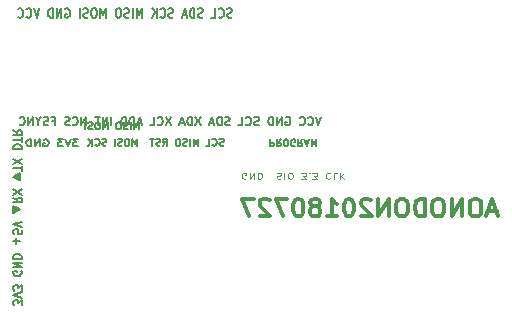
<source format=gbr>
G04 #@! TF.FileFunction,Legend,Bot*
%FSLAX46Y46*%
G04 Gerber Fmt 4.6, Leading zero omitted, Abs format (unit mm)*
G04 Created by KiCad (PCBNEW 4.0.2+dfsg1-stable) date 2018年07月27日 19時18分06秒*
%MOMM*%
G01*
G04 APERTURE LIST*
%ADD10C,0.100000*%
%ADD11C,0.300000*%
%ADD12C,0.150000*%
%ADD13C,0.175000*%
%ADD14C,0.125000*%
G04 APERTURE END LIST*
D10*
D11*
X92335599Y-81994800D02*
X91621313Y-81994800D01*
X92478456Y-82423371D02*
X91978456Y-80923371D01*
X91478456Y-82423371D01*
X90692742Y-80923371D02*
X90407028Y-80923371D01*
X90264170Y-80994800D01*
X90121313Y-81137657D01*
X90049885Y-81423371D01*
X90049885Y-81923371D01*
X90121313Y-82209086D01*
X90264170Y-82351943D01*
X90407028Y-82423371D01*
X90692742Y-82423371D01*
X90835599Y-82351943D01*
X90978456Y-82209086D01*
X91049885Y-81923371D01*
X91049885Y-81423371D01*
X90978456Y-81137657D01*
X90835599Y-80994800D01*
X90692742Y-80923371D01*
X89407027Y-82423371D02*
X89407027Y-80923371D01*
X88549884Y-82423371D01*
X88549884Y-80923371D01*
X87549884Y-80923371D02*
X87264170Y-80923371D01*
X87121312Y-80994800D01*
X86978455Y-81137657D01*
X86907027Y-81423371D01*
X86907027Y-81923371D01*
X86978455Y-82209086D01*
X87121312Y-82351943D01*
X87264170Y-82423371D01*
X87549884Y-82423371D01*
X87692741Y-82351943D01*
X87835598Y-82209086D01*
X87907027Y-81923371D01*
X87907027Y-81423371D01*
X87835598Y-81137657D01*
X87692741Y-80994800D01*
X87549884Y-80923371D01*
X86264169Y-82423371D02*
X86264169Y-80923371D01*
X85907026Y-80923371D01*
X85692741Y-80994800D01*
X85549883Y-81137657D01*
X85478455Y-81280514D01*
X85407026Y-81566229D01*
X85407026Y-81780514D01*
X85478455Y-82066229D01*
X85549883Y-82209086D01*
X85692741Y-82351943D01*
X85907026Y-82423371D01*
X86264169Y-82423371D01*
X84478455Y-80923371D02*
X84192741Y-80923371D01*
X84049883Y-80994800D01*
X83907026Y-81137657D01*
X83835598Y-81423371D01*
X83835598Y-81923371D01*
X83907026Y-82209086D01*
X84049883Y-82351943D01*
X84192741Y-82423371D01*
X84478455Y-82423371D01*
X84621312Y-82351943D01*
X84764169Y-82209086D01*
X84835598Y-81923371D01*
X84835598Y-81423371D01*
X84764169Y-81137657D01*
X84621312Y-80994800D01*
X84478455Y-80923371D01*
X83192740Y-82423371D02*
X83192740Y-80923371D01*
X82335597Y-82423371D01*
X82335597Y-80923371D01*
X81692740Y-81066229D02*
X81621311Y-80994800D01*
X81478454Y-80923371D01*
X81121311Y-80923371D01*
X80978454Y-80994800D01*
X80907025Y-81066229D01*
X80835597Y-81209086D01*
X80835597Y-81351943D01*
X80907025Y-81566229D01*
X81764168Y-82423371D01*
X80835597Y-82423371D01*
X79907026Y-80923371D02*
X79764169Y-80923371D01*
X79621312Y-80994800D01*
X79549883Y-81066229D01*
X79478454Y-81209086D01*
X79407026Y-81494800D01*
X79407026Y-81851943D01*
X79478454Y-82137657D01*
X79549883Y-82280514D01*
X79621312Y-82351943D01*
X79764169Y-82423371D01*
X79907026Y-82423371D01*
X80049883Y-82351943D01*
X80121312Y-82280514D01*
X80192740Y-82137657D01*
X80264169Y-81851943D01*
X80264169Y-81494800D01*
X80192740Y-81209086D01*
X80121312Y-81066229D01*
X80049883Y-80994800D01*
X79907026Y-80923371D01*
X77978455Y-82423371D02*
X78835598Y-82423371D01*
X78407026Y-82423371D02*
X78407026Y-80923371D01*
X78549883Y-81137657D01*
X78692741Y-81280514D01*
X78835598Y-81351943D01*
X77121312Y-81566229D02*
X77264170Y-81494800D01*
X77335598Y-81423371D01*
X77407027Y-81280514D01*
X77407027Y-81209086D01*
X77335598Y-81066229D01*
X77264170Y-80994800D01*
X77121312Y-80923371D01*
X76835598Y-80923371D01*
X76692741Y-80994800D01*
X76621312Y-81066229D01*
X76549884Y-81209086D01*
X76549884Y-81280514D01*
X76621312Y-81423371D01*
X76692741Y-81494800D01*
X76835598Y-81566229D01*
X77121312Y-81566229D01*
X77264170Y-81637657D01*
X77335598Y-81709086D01*
X77407027Y-81851943D01*
X77407027Y-82137657D01*
X77335598Y-82280514D01*
X77264170Y-82351943D01*
X77121312Y-82423371D01*
X76835598Y-82423371D01*
X76692741Y-82351943D01*
X76621312Y-82280514D01*
X76549884Y-82137657D01*
X76549884Y-81851943D01*
X76621312Y-81709086D01*
X76692741Y-81637657D01*
X76835598Y-81566229D01*
X75621313Y-80923371D02*
X75478456Y-80923371D01*
X75335599Y-80994800D01*
X75264170Y-81066229D01*
X75192741Y-81209086D01*
X75121313Y-81494800D01*
X75121313Y-81851943D01*
X75192741Y-82137657D01*
X75264170Y-82280514D01*
X75335599Y-82351943D01*
X75478456Y-82423371D01*
X75621313Y-82423371D01*
X75764170Y-82351943D01*
X75835599Y-82280514D01*
X75907027Y-82137657D01*
X75978456Y-81851943D01*
X75978456Y-81494800D01*
X75907027Y-81209086D01*
X75835599Y-81066229D01*
X75764170Y-80994800D01*
X75621313Y-80923371D01*
X74621313Y-80923371D02*
X73621313Y-80923371D01*
X74264170Y-82423371D01*
X73121314Y-81066229D02*
X73049885Y-80994800D01*
X72907028Y-80923371D01*
X72549885Y-80923371D01*
X72407028Y-80994800D01*
X72335599Y-81066229D01*
X72264171Y-81209086D01*
X72264171Y-81351943D01*
X72335599Y-81566229D01*
X73192742Y-82423371D01*
X72264171Y-82423371D01*
X71764171Y-80923371D02*
X70764171Y-80923371D01*
X71407028Y-82423371D01*
D12*
X69218371Y-76407657D02*
X69132657Y-76436229D01*
X68989800Y-76436229D01*
X68932657Y-76407657D01*
X68904086Y-76379086D01*
X68875514Y-76321943D01*
X68875514Y-76264800D01*
X68904086Y-76207657D01*
X68932657Y-76179086D01*
X68989800Y-76150514D01*
X69104086Y-76121943D01*
X69161228Y-76093371D01*
X69189800Y-76064800D01*
X69218371Y-76007657D01*
X69218371Y-75950514D01*
X69189800Y-75893371D01*
X69161228Y-75864800D01*
X69104086Y-75836229D01*
X68961228Y-75836229D01*
X68875514Y-75864800D01*
X68275514Y-76379086D02*
X68304085Y-76407657D01*
X68389799Y-76436229D01*
X68446942Y-76436229D01*
X68532657Y-76407657D01*
X68589799Y-76350514D01*
X68618371Y-76293371D01*
X68646942Y-76179086D01*
X68646942Y-76093371D01*
X68618371Y-75979086D01*
X68589799Y-75921943D01*
X68532657Y-75864800D01*
X68446942Y-75836229D01*
X68389799Y-75836229D01*
X68304085Y-75864800D01*
X68275514Y-75893371D01*
X67732657Y-76436229D02*
X68018371Y-76436229D01*
X68018371Y-75836229D01*
X67075514Y-76436229D02*
X67075514Y-75836229D01*
X66875514Y-76264800D01*
X66675514Y-75836229D01*
X66675514Y-76436229D01*
X66389800Y-76436229D02*
X66389800Y-75836229D01*
X66132657Y-76407657D02*
X66046943Y-76436229D01*
X65904086Y-76436229D01*
X65846943Y-76407657D01*
X65818372Y-76379086D01*
X65789800Y-76321943D01*
X65789800Y-76264800D01*
X65818372Y-76207657D01*
X65846943Y-76179086D01*
X65904086Y-76150514D01*
X66018372Y-76121943D01*
X66075514Y-76093371D01*
X66104086Y-76064800D01*
X66132657Y-76007657D01*
X66132657Y-75950514D01*
X66104086Y-75893371D01*
X66075514Y-75864800D01*
X66018372Y-75836229D01*
X65875514Y-75836229D01*
X65789800Y-75864800D01*
X65418371Y-75836229D02*
X65304085Y-75836229D01*
X65246943Y-75864800D01*
X65189800Y-75921943D01*
X65161228Y-76036229D01*
X65161228Y-76236229D01*
X65189800Y-76350514D01*
X65246943Y-76407657D01*
X65304085Y-76436229D01*
X65418371Y-76436229D01*
X65475514Y-76407657D01*
X65532657Y-76350514D01*
X65561228Y-76236229D01*
X65561228Y-76036229D01*
X65532657Y-75921943D01*
X65475514Y-75864800D01*
X65418371Y-75836229D01*
X64104086Y-76436229D02*
X64304086Y-76150514D01*
X64446943Y-76436229D02*
X64446943Y-75836229D01*
X64218371Y-75836229D01*
X64161229Y-75864800D01*
X64132657Y-75893371D01*
X64104086Y-75950514D01*
X64104086Y-76036229D01*
X64132657Y-76093371D01*
X64161229Y-76121943D01*
X64218371Y-76150514D01*
X64446943Y-76150514D01*
X63875514Y-76407657D02*
X63789800Y-76436229D01*
X63646943Y-76436229D01*
X63589800Y-76407657D01*
X63561229Y-76379086D01*
X63532657Y-76321943D01*
X63532657Y-76264800D01*
X63561229Y-76207657D01*
X63589800Y-76179086D01*
X63646943Y-76150514D01*
X63761229Y-76121943D01*
X63818371Y-76093371D01*
X63846943Y-76064800D01*
X63875514Y-76007657D01*
X63875514Y-75950514D01*
X63846943Y-75893371D01*
X63818371Y-75864800D01*
X63761229Y-75836229D01*
X63618371Y-75836229D01*
X63532657Y-75864800D01*
X63361228Y-75836229D02*
X63018371Y-75836229D01*
X63189800Y-76436229D02*
X63189800Y-75836229D01*
X61904085Y-76436229D02*
X61904085Y-75836229D01*
X61704085Y-76264800D01*
X61504085Y-75836229D01*
X61504085Y-76436229D01*
X61104085Y-75836229D02*
X60989799Y-75836229D01*
X60932657Y-75864800D01*
X60875514Y-75921943D01*
X60846942Y-76036229D01*
X60846942Y-76236229D01*
X60875514Y-76350514D01*
X60932657Y-76407657D01*
X60989799Y-76436229D01*
X61104085Y-76436229D01*
X61161228Y-76407657D01*
X61218371Y-76350514D01*
X61246942Y-76236229D01*
X61246942Y-76036229D01*
X61218371Y-75921943D01*
X61161228Y-75864800D01*
X61104085Y-75836229D01*
X60618371Y-76407657D02*
X60532657Y-76436229D01*
X60389800Y-76436229D01*
X60332657Y-76407657D01*
X60304086Y-76379086D01*
X60275514Y-76321943D01*
X60275514Y-76264800D01*
X60304086Y-76207657D01*
X60332657Y-76179086D01*
X60389800Y-76150514D01*
X60504086Y-76121943D01*
X60561228Y-76093371D01*
X60589800Y-76064800D01*
X60618371Y-76007657D01*
X60618371Y-75950514D01*
X60589800Y-75893371D01*
X60561228Y-75864800D01*
X60504086Y-75836229D01*
X60361228Y-75836229D01*
X60275514Y-75864800D01*
X60018371Y-76436229D02*
X60018371Y-75836229D01*
X59304085Y-76407657D02*
X59218371Y-76436229D01*
X59075514Y-76436229D01*
X59018371Y-76407657D01*
X58989800Y-76379086D01*
X58961228Y-76321943D01*
X58961228Y-76264800D01*
X58989800Y-76207657D01*
X59018371Y-76179086D01*
X59075514Y-76150514D01*
X59189800Y-76121943D01*
X59246942Y-76093371D01*
X59275514Y-76064800D01*
X59304085Y-76007657D01*
X59304085Y-75950514D01*
X59275514Y-75893371D01*
X59246942Y-75864800D01*
X59189800Y-75836229D01*
X59046942Y-75836229D01*
X58961228Y-75864800D01*
X58361228Y-76379086D02*
X58389799Y-76407657D01*
X58475513Y-76436229D01*
X58532656Y-76436229D01*
X58618371Y-76407657D01*
X58675513Y-76350514D01*
X58704085Y-76293371D01*
X58732656Y-76179086D01*
X58732656Y-76093371D01*
X58704085Y-75979086D01*
X58675513Y-75921943D01*
X58618371Y-75864800D01*
X58532656Y-75836229D01*
X58475513Y-75836229D01*
X58389799Y-75864800D01*
X58361228Y-75893371D01*
X58104085Y-76436229D02*
X58104085Y-75836229D01*
X57761228Y-76436229D02*
X58018371Y-76093371D01*
X57761228Y-75836229D02*
X58104085Y-76179086D01*
X62038542Y-75064629D02*
X62038542Y-74464629D01*
X61838542Y-74893200D01*
X61638542Y-74464629D01*
X61638542Y-75064629D01*
X61352828Y-75064629D02*
X61352828Y-74464629D01*
X61095685Y-75036057D02*
X61009971Y-75064629D01*
X60867114Y-75064629D01*
X60809971Y-75036057D01*
X60781400Y-75007486D01*
X60752828Y-74950343D01*
X60752828Y-74893200D01*
X60781400Y-74836057D01*
X60809971Y-74807486D01*
X60867114Y-74778914D01*
X60981400Y-74750343D01*
X61038542Y-74721771D01*
X61067114Y-74693200D01*
X61095685Y-74636057D01*
X61095685Y-74578914D01*
X61067114Y-74521771D01*
X61038542Y-74493200D01*
X60981400Y-74464629D01*
X60838542Y-74464629D01*
X60752828Y-74493200D01*
X60381399Y-74464629D02*
X60267113Y-74464629D01*
X60209971Y-74493200D01*
X60152828Y-74550343D01*
X60124256Y-74664629D01*
X60124256Y-74864629D01*
X60152828Y-74978914D01*
X60209971Y-75036057D01*
X60267113Y-75064629D01*
X60381399Y-75064629D01*
X60438542Y-75036057D01*
X60495685Y-74978914D01*
X60524256Y-74864629D01*
X60524256Y-74664629D01*
X60495685Y-74550343D01*
X60438542Y-74493200D01*
X60381399Y-74464629D01*
X59409971Y-75064629D02*
X59409971Y-74464629D01*
X59209971Y-74893200D01*
X59009971Y-74464629D01*
X59009971Y-75064629D01*
X58609971Y-74464629D02*
X58495685Y-74464629D01*
X58438543Y-74493200D01*
X58381400Y-74550343D01*
X58352828Y-74664629D01*
X58352828Y-74864629D01*
X58381400Y-74978914D01*
X58438543Y-75036057D01*
X58495685Y-75064629D01*
X58609971Y-75064629D01*
X58667114Y-75036057D01*
X58724257Y-74978914D01*
X58752828Y-74864629D01*
X58752828Y-74664629D01*
X58724257Y-74550343D01*
X58667114Y-74493200D01*
X58609971Y-74464629D01*
X58124257Y-75036057D02*
X58038543Y-75064629D01*
X57895686Y-75064629D01*
X57838543Y-75036057D01*
X57809972Y-75007486D01*
X57781400Y-74950343D01*
X57781400Y-74893200D01*
X57809972Y-74836057D01*
X57838543Y-74807486D01*
X57895686Y-74778914D01*
X58009972Y-74750343D01*
X58067114Y-74721771D01*
X58095686Y-74693200D01*
X58124257Y-74636057D01*
X58124257Y-74578914D01*
X58095686Y-74521771D01*
X58067114Y-74493200D01*
X58009972Y-74464629D01*
X57867114Y-74464629D01*
X57781400Y-74493200D01*
X57524257Y-75064629D02*
X57524257Y-74464629D01*
D13*
X69923599Y-65566610D02*
X69823599Y-65604705D01*
X69656932Y-65604705D01*
X69590265Y-65566610D01*
X69556932Y-65528514D01*
X69523599Y-65452324D01*
X69523599Y-65376133D01*
X69556932Y-65299943D01*
X69590265Y-65261848D01*
X69656932Y-65223752D01*
X69790265Y-65185657D01*
X69856932Y-65147562D01*
X69890265Y-65109467D01*
X69923599Y-65033276D01*
X69923599Y-64957086D01*
X69890265Y-64880895D01*
X69856932Y-64842800D01*
X69790265Y-64804705D01*
X69623599Y-64804705D01*
X69523599Y-64842800D01*
X68823598Y-65528514D02*
X68856932Y-65566610D01*
X68956932Y-65604705D01*
X69023598Y-65604705D01*
X69123598Y-65566610D01*
X69190265Y-65490419D01*
X69223598Y-65414229D01*
X69256932Y-65261848D01*
X69256932Y-65147562D01*
X69223598Y-64995181D01*
X69190265Y-64918990D01*
X69123598Y-64842800D01*
X69023598Y-64804705D01*
X68956932Y-64804705D01*
X68856932Y-64842800D01*
X68823598Y-64880895D01*
X68190265Y-65604705D02*
X68523598Y-65604705D01*
X68523598Y-64804705D01*
X67456932Y-65566610D02*
X67356932Y-65604705D01*
X67190265Y-65604705D01*
X67123598Y-65566610D01*
X67090265Y-65528514D01*
X67056932Y-65452324D01*
X67056932Y-65376133D01*
X67090265Y-65299943D01*
X67123598Y-65261848D01*
X67190265Y-65223752D01*
X67323598Y-65185657D01*
X67390265Y-65147562D01*
X67423598Y-65109467D01*
X67456932Y-65033276D01*
X67456932Y-64957086D01*
X67423598Y-64880895D01*
X67390265Y-64842800D01*
X67323598Y-64804705D01*
X67156932Y-64804705D01*
X67056932Y-64842800D01*
X66756931Y-65604705D02*
X66756931Y-64804705D01*
X66590265Y-64804705D01*
X66490265Y-64842800D01*
X66423598Y-64918990D01*
X66390265Y-64995181D01*
X66356931Y-65147562D01*
X66356931Y-65261848D01*
X66390265Y-65414229D01*
X66423598Y-65490419D01*
X66490265Y-65566610D01*
X66590265Y-65604705D01*
X66756931Y-65604705D01*
X66090265Y-65376133D02*
X65756931Y-65376133D01*
X66156931Y-65604705D02*
X65923598Y-64804705D01*
X65690265Y-65604705D01*
X64956932Y-65566610D02*
X64856932Y-65604705D01*
X64690265Y-65604705D01*
X64623598Y-65566610D01*
X64590265Y-65528514D01*
X64556932Y-65452324D01*
X64556932Y-65376133D01*
X64590265Y-65299943D01*
X64623598Y-65261848D01*
X64690265Y-65223752D01*
X64823598Y-65185657D01*
X64890265Y-65147562D01*
X64923598Y-65109467D01*
X64956932Y-65033276D01*
X64956932Y-64957086D01*
X64923598Y-64880895D01*
X64890265Y-64842800D01*
X64823598Y-64804705D01*
X64656932Y-64804705D01*
X64556932Y-64842800D01*
X63856931Y-65528514D02*
X63890265Y-65566610D01*
X63990265Y-65604705D01*
X64056931Y-65604705D01*
X64156931Y-65566610D01*
X64223598Y-65490419D01*
X64256931Y-65414229D01*
X64290265Y-65261848D01*
X64290265Y-65147562D01*
X64256931Y-64995181D01*
X64223598Y-64918990D01*
X64156931Y-64842800D01*
X64056931Y-64804705D01*
X63990265Y-64804705D01*
X63890265Y-64842800D01*
X63856931Y-64880895D01*
X63556931Y-65604705D02*
X63556931Y-64804705D01*
X63156931Y-65604705D02*
X63456931Y-65147562D01*
X63156931Y-64804705D02*
X63556931Y-65261848D01*
X62323598Y-65604705D02*
X62323598Y-64804705D01*
X62090265Y-65376133D01*
X61856932Y-64804705D01*
X61856932Y-65604705D01*
X61523598Y-65604705D02*
X61523598Y-64804705D01*
X61223599Y-65566610D02*
X61123599Y-65604705D01*
X60956932Y-65604705D01*
X60890265Y-65566610D01*
X60856932Y-65528514D01*
X60823599Y-65452324D01*
X60823599Y-65376133D01*
X60856932Y-65299943D01*
X60890265Y-65261848D01*
X60956932Y-65223752D01*
X61090265Y-65185657D01*
X61156932Y-65147562D01*
X61190265Y-65109467D01*
X61223599Y-65033276D01*
X61223599Y-64957086D01*
X61190265Y-64880895D01*
X61156932Y-64842800D01*
X61090265Y-64804705D01*
X60923599Y-64804705D01*
X60823599Y-64842800D01*
X60390265Y-64804705D02*
X60256932Y-64804705D01*
X60190265Y-64842800D01*
X60123598Y-64918990D01*
X60090265Y-65071371D01*
X60090265Y-65338038D01*
X60123598Y-65490419D01*
X60190265Y-65566610D01*
X60256932Y-65604705D01*
X60390265Y-65604705D01*
X60456932Y-65566610D01*
X60523598Y-65490419D01*
X60556932Y-65338038D01*
X60556932Y-65071371D01*
X60523598Y-64918990D01*
X60456932Y-64842800D01*
X60390265Y-64804705D01*
X59256932Y-65604705D02*
X59256932Y-64804705D01*
X59023599Y-65376133D01*
X58790266Y-64804705D01*
X58790266Y-65604705D01*
X58323599Y-64804705D02*
X58190266Y-64804705D01*
X58123599Y-64842800D01*
X58056932Y-64918990D01*
X58023599Y-65071371D01*
X58023599Y-65338038D01*
X58056932Y-65490419D01*
X58123599Y-65566610D01*
X58190266Y-65604705D01*
X58323599Y-65604705D01*
X58390266Y-65566610D01*
X58456932Y-65490419D01*
X58490266Y-65338038D01*
X58490266Y-65071371D01*
X58456932Y-64918990D01*
X58390266Y-64842800D01*
X58323599Y-64804705D01*
X57756933Y-65566610D02*
X57656933Y-65604705D01*
X57490266Y-65604705D01*
X57423599Y-65566610D01*
X57390266Y-65528514D01*
X57356933Y-65452324D01*
X57356933Y-65376133D01*
X57390266Y-65299943D01*
X57423599Y-65261848D01*
X57490266Y-65223752D01*
X57623599Y-65185657D01*
X57690266Y-65147562D01*
X57723599Y-65109467D01*
X57756933Y-65033276D01*
X57756933Y-64957086D01*
X57723599Y-64880895D01*
X57690266Y-64842800D01*
X57623599Y-64804705D01*
X57456933Y-64804705D01*
X57356933Y-64842800D01*
X57056932Y-65604705D02*
X57056932Y-64804705D01*
X55823600Y-64842800D02*
X55890266Y-64804705D01*
X55990266Y-64804705D01*
X56090266Y-64842800D01*
X56156933Y-64918990D01*
X56190266Y-64995181D01*
X56223600Y-65147562D01*
X56223600Y-65261848D01*
X56190266Y-65414229D01*
X56156933Y-65490419D01*
X56090266Y-65566610D01*
X55990266Y-65604705D01*
X55923600Y-65604705D01*
X55823600Y-65566610D01*
X55790266Y-65528514D01*
X55790266Y-65261848D01*
X55923600Y-65261848D01*
X55490266Y-65604705D02*
X55490266Y-64804705D01*
X55090266Y-65604705D01*
X55090266Y-64804705D01*
X54756933Y-65604705D02*
X54756933Y-64804705D01*
X54590267Y-64804705D01*
X54490267Y-64842800D01*
X54423600Y-64918990D01*
X54390267Y-64995181D01*
X54356933Y-65147562D01*
X54356933Y-65261848D01*
X54390267Y-65414229D01*
X54423600Y-65490419D01*
X54490267Y-65566610D01*
X54590267Y-65604705D01*
X54756933Y-65604705D01*
X53623600Y-64804705D02*
X53390267Y-65604705D01*
X53156934Y-64804705D01*
X52523600Y-65528514D02*
X52556934Y-65566610D01*
X52656934Y-65604705D01*
X52723600Y-65604705D01*
X52823600Y-65566610D01*
X52890267Y-65490419D01*
X52923600Y-65414229D01*
X52956934Y-65261848D01*
X52956934Y-65147562D01*
X52923600Y-64995181D01*
X52890267Y-64918990D01*
X52823600Y-64842800D01*
X52723600Y-64804705D01*
X52656934Y-64804705D01*
X52556934Y-64842800D01*
X52523600Y-64880895D01*
X51823600Y-65528514D02*
X51856934Y-65566610D01*
X51956934Y-65604705D01*
X52023600Y-65604705D01*
X52123600Y-65566610D01*
X52190267Y-65490419D01*
X52223600Y-65414229D01*
X52256934Y-65261848D01*
X52256934Y-65147562D01*
X52223600Y-64995181D01*
X52190267Y-64918990D01*
X52123600Y-64842800D01*
X52023600Y-64804705D01*
X51956934Y-64804705D01*
X51856934Y-64842800D01*
X51823600Y-64880895D01*
D12*
X77483598Y-74003467D02*
X77250265Y-74703467D01*
X77016932Y-74003467D01*
X76383598Y-74636800D02*
X76416932Y-74670133D01*
X76516932Y-74703467D01*
X76583598Y-74703467D01*
X76683598Y-74670133D01*
X76750265Y-74603467D01*
X76783598Y-74536800D01*
X76816932Y-74403467D01*
X76816932Y-74303467D01*
X76783598Y-74170133D01*
X76750265Y-74103467D01*
X76683598Y-74036800D01*
X76583598Y-74003467D01*
X76516932Y-74003467D01*
X76416932Y-74036800D01*
X76383598Y-74070133D01*
X75683598Y-74636800D02*
X75716932Y-74670133D01*
X75816932Y-74703467D01*
X75883598Y-74703467D01*
X75983598Y-74670133D01*
X76050265Y-74603467D01*
X76083598Y-74536800D01*
X76116932Y-74403467D01*
X76116932Y-74303467D01*
X76083598Y-74170133D01*
X76050265Y-74103467D01*
X75983598Y-74036800D01*
X75883598Y-74003467D01*
X75816932Y-74003467D01*
X75716932Y-74036800D01*
X75683598Y-74070133D01*
X74483599Y-74036800D02*
X74550265Y-74003467D01*
X74650265Y-74003467D01*
X74750265Y-74036800D01*
X74816932Y-74103467D01*
X74850265Y-74170133D01*
X74883599Y-74303467D01*
X74883599Y-74403467D01*
X74850265Y-74536800D01*
X74816932Y-74603467D01*
X74750265Y-74670133D01*
X74650265Y-74703467D01*
X74583599Y-74703467D01*
X74483599Y-74670133D01*
X74450265Y-74636800D01*
X74450265Y-74403467D01*
X74583599Y-74403467D01*
X74150265Y-74703467D02*
X74150265Y-74003467D01*
X73750265Y-74703467D01*
X73750265Y-74003467D01*
X73416932Y-74703467D02*
X73416932Y-74003467D01*
X73250266Y-74003467D01*
X73150266Y-74036800D01*
X73083599Y-74103467D01*
X73050266Y-74170133D01*
X73016932Y-74303467D01*
X73016932Y-74403467D01*
X73050266Y-74536800D01*
X73083599Y-74603467D01*
X73150266Y-74670133D01*
X73250266Y-74703467D01*
X73416932Y-74703467D01*
X72216933Y-74670133D02*
X72116933Y-74703467D01*
X71950266Y-74703467D01*
X71883599Y-74670133D01*
X71850266Y-74636800D01*
X71816933Y-74570133D01*
X71816933Y-74503467D01*
X71850266Y-74436800D01*
X71883599Y-74403467D01*
X71950266Y-74370133D01*
X72083599Y-74336800D01*
X72150266Y-74303467D01*
X72183599Y-74270133D01*
X72216933Y-74203467D01*
X72216933Y-74136800D01*
X72183599Y-74070133D01*
X72150266Y-74036800D01*
X72083599Y-74003467D01*
X71916933Y-74003467D01*
X71816933Y-74036800D01*
X71116932Y-74636800D02*
X71150266Y-74670133D01*
X71250266Y-74703467D01*
X71316932Y-74703467D01*
X71416932Y-74670133D01*
X71483599Y-74603467D01*
X71516932Y-74536800D01*
X71550266Y-74403467D01*
X71550266Y-74303467D01*
X71516932Y-74170133D01*
X71483599Y-74103467D01*
X71416932Y-74036800D01*
X71316932Y-74003467D01*
X71250266Y-74003467D01*
X71150266Y-74036800D01*
X71116932Y-74070133D01*
X70483599Y-74703467D02*
X70816932Y-74703467D01*
X70816932Y-74003467D01*
X69750266Y-74670133D02*
X69650266Y-74703467D01*
X69483599Y-74703467D01*
X69416932Y-74670133D01*
X69383599Y-74636800D01*
X69350266Y-74570133D01*
X69350266Y-74503467D01*
X69383599Y-74436800D01*
X69416932Y-74403467D01*
X69483599Y-74370133D01*
X69616932Y-74336800D01*
X69683599Y-74303467D01*
X69716932Y-74270133D01*
X69750266Y-74203467D01*
X69750266Y-74136800D01*
X69716932Y-74070133D01*
X69683599Y-74036800D01*
X69616932Y-74003467D01*
X69450266Y-74003467D01*
X69350266Y-74036800D01*
X69050265Y-74703467D02*
X69050265Y-74003467D01*
X68883599Y-74003467D01*
X68783599Y-74036800D01*
X68716932Y-74103467D01*
X68683599Y-74170133D01*
X68650265Y-74303467D01*
X68650265Y-74403467D01*
X68683599Y-74536800D01*
X68716932Y-74603467D01*
X68783599Y-74670133D01*
X68883599Y-74703467D01*
X69050265Y-74703467D01*
X68383599Y-74503467D02*
X68050265Y-74503467D01*
X68450265Y-74703467D02*
X68216932Y-74003467D01*
X67983599Y-74703467D01*
X67283599Y-74003467D02*
X66816932Y-74703467D01*
X66816932Y-74003467D02*
X67283599Y-74703467D01*
X66550265Y-74703467D02*
X66550265Y-74003467D01*
X66383599Y-74003467D01*
X66283599Y-74036800D01*
X66216932Y-74103467D01*
X66183599Y-74170133D01*
X66150265Y-74303467D01*
X66150265Y-74403467D01*
X66183599Y-74536800D01*
X66216932Y-74603467D01*
X66283599Y-74670133D01*
X66383599Y-74703467D01*
X66550265Y-74703467D01*
X65883599Y-74503467D02*
X65550265Y-74503467D01*
X65950265Y-74703467D02*
X65716932Y-74003467D01*
X65483599Y-74703467D01*
X64783599Y-74003467D02*
X64316932Y-74703467D01*
X64316932Y-74003467D02*
X64783599Y-74703467D01*
X63650265Y-74636800D02*
X63683599Y-74670133D01*
X63783599Y-74703467D01*
X63850265Y-74703467D01*
X63950265Y-74670133D01*
X64016932Y-74603467D01*
X64050265Y-74536800D01*
X64083599Y-74403467D01*
X64083599Y-74303467D01*
X64050265Y-74170133D01*
X64016932Y-74103467D01*
X63950265Y-74036800D01*
X63850265Y-74003467D01*
X63783599Y-74003467D01*
X63683599Y-74036800D01*
X63650265Y-74070133D01*
X63016932Y-74703467D02*
X63350265Y-74703467D01*
X63350265Y-74003467D01*
X62283599Y-74503467D02*
X61950265Y-74503467D01*
X62350265Y-74703467D02*
X62116932Y-74003467D01*
X61883599Y-74703467D01*
X61650265Y-74703467D02*
X61650265Y-74003467D01*
X61483599Y-74003467D01*
X61383599Y-74036800D01*
X61316932Y-74103467D01*
X61283599Y-74170133D01*
X61250265Y-74303467D01*
X61250265Y-74403467D01*
X61283599Y-74536800D01*
X61316932Y-74603467D01*
X61383599Y-74670133D01*
X61483599Y-74703467D01*
X61650265Y-74703467D01*
X60950265Y-74703467D02*
X60950265Y-74003467D01*
X60783599Y-74003467D01*
X60683599Y-74036800D01*
X60616932Y-74103467D01*
X60583599Y-74170133D01*
X60550265Y-74303467D01*
X60550265Y-74403467D01*
X60583599Y-74536800D01*
X60616932Y-74603467D01*
X60683599Y-74670133D01*
X60783599Y-74703467D01*
X60950265Y-74703467D01*
X59716932Y-74703467D02*
X59716932Y-74003467D01*
X59383599Y-74703467D02*
X59383599Y-74003467D01*
X58983599Y-74703467D01*
X58983599Y-74003467D01*
X58750266Y-74003467D02*
X58350266Y-74003467D01*
X58550266Y-74703467D02*
X58550266Y-74003467D01*
X57583600Y-74703467D02*
X57583600Y-74003467D01*
X57183600Y-74703467D01*
X57183600Y-74003467D01*
X56450267Y-74636800D02*
X56483601Y-74670133D01*
X56583601Y-74703467D01*
X56650267Y-74703467D01*
X56750267Y-74670133D01*
X56816934Y-74603467D01*
X56850267Y-74536800D01*
X56883601Y-74403467D01*
X56883601Y-74303467D01*
X56850267Y-74170133D01*
X56816934Y-74103467D01*
X56750267Y-74036800D01*
X56650267Y-74003467D01*
X56583601Y-74003467D01*
X56483601Y-74036800D01*
X56450267Y-74070133D01*
X56183601Y-74670133D02*
X56083601Y-74703467D01*
X55916934Y-74703467D01*
X55850267Y-74670133D01*
X55816934Y-74636800D01*
X55783601Y-74570133D01*
X55783601Y-74503467D01*
X55816934Y-74436800D01*
X55850267Y-74403467D01*
X55916934Y-74370133D01*
X56050267Y-74336800D01*
X56116934Y-74303467D01*
X56150267Y-74270133D01*
X56183601Y-74203467D01*
X56183601Y-74136800D01*
X56150267Y-74070133D01*
X56116934Y-74036800D01*
X56050267Y-74003467D01*
X55883601Y-74003467D01*
X55783601Y-74036800D01*
X54716934Y-74336800D02*
X54950267Y-74336800D01*
X54950267Y-74703467D02*
X54950267Y-74003467D01*
X54616934Y-74003467D01*
X54383601Y-74670133D02*
X54283601Y-74703467D01*
X54116934Y-74703467D01*
X54050267Y-74670133D01*
X54016934Y-74636800D01*
X53983601Y-74570133D01*
X53983601Y-74503467D01*
X54016934Y-74436800D01*
X54050267Y-74403467D01*
X54116934Y-74370133D01*
X54250267Y-74336800D01*
X54316934Y-74303467D01*
X54350267Y-74270133D01*
X54383601Y-74203467D01*
X54383601Y-74136800D01*
X54350267Y-74070133D01*
X54316934Y-74036800D01*
X54250267Y-74003467D01*
X54083601Y-74003467D01*
X53983601Y-74036800D01*
X53550267Y-74370133D02*
X53550267Y-74703467D01*
X53783600Y-74003467D02*
X53550267Y-74370133D01*
X53316934Y-74003467D01*
X53083600Y-74703467D02*
X53083600Y-74003467D01*
X52683600Y-74703467D01*
X52683600Y-74003467D01*
X51950267Y-74636800D02*
X51983601Y-74670133D01*
X52083601Y-74703467D01*
X52150267Y-74703467D01*
X52250267Y-74670133D01*
X52316934Y-74603467D01*
X52350267Y-74536800D01*
X52383601Y-74403467D01*
X52383601Y-74303467D01*
X52350267Y-74170133D01*
X52316934Y-74103467D01*
X52250267Y-74036800D01*
X52150267Y-74003467D01*
X52083601Y-74003467D01*
X51983601Y-74036800D01*
X51950267Y-74070133D01*
X73126172Y-75893371D02*
X73126172Y-76493371D01*
X73354744Y-76493371D01*
X73411886Y-76464800D01*
X73440458Y-76436229D01*
X73469029Y-76379086D01*
X73469029Y-76293371D01*
X73440458Y-76236229D01*
X73411886Y-76207657D01*
X73354744Y-76179086D01*
X73126172Y-76179086D01*
X74069029Y-75893371D02*
X73869029Y-76179086D01*
X73726172Y-75893371D02*
X73726172Y-76493371D01*
X73954744Y-76493371D01*
X74011886Y-76464800D01*
X74040458Y-76436229D01*
X74069029Y-76379086D01*
X74069029Y-76293371D01*
X74040458Y-76236229D01*
X74011886Y-76207657D01*
X73954744Y-76179086D01*
X73726172Y-76179086D01*
X74440458Y-76493371D02*
X74554744Y-76493371D01*
X74611886Y-76464800D01*
X74669029Y-76407657D01*
X74697601Y-76293371D01*
X74697601Y-76093371D01*
X74669029Y-75979086D01*
X74611886Y-75921943D01*
X74554744Y-75893371D01*
X74440458Y-75893371D01*
X74383315Y-75921943D01*
X74326172Y-75979086D01*
X74297601Y-76093371D01*
X74297601Y-76293371D01*
X74326172Y-76407657D01*
X74383315Y-76464800D01*
X74440458Y-76493371D01*
X75269029Y-76464800D02*
X75211886Y-76493371D01*
X75126172Y-76493371D01*
X75040457Y-76464800D01*
X74983315Y-76407657D01*
X74954743Y-76350514D01*
X74926172Y-76236229D01*
X74926172Y-76150514D01*
X74954743Y-76036229D01*
X74983315Y-75979086D01*
X75040457Y-75921943D01*
X75126172Y-75893371D01*
X75183315Y-75893371D01*
X75269029Y-75921943D01*
X75297600Y-75950514D01*
X75297600Y-76150514D01*
X75183315Y-76150514D01*
X75897600Y-75893371D02*
X75697600Y-76179086D01*
X75554743Y-75893371D02*
X75554743Y-76493371D01*
X75783315Y-76493371D01*
X75840457Y-76464800D01*
X75869029Y-76436229D01*
X75897600Y-76379086D01*
X75897600Y-76293371D01*
X75869029Y-76236229D01*
X75840457Y-76207657D01*
X75783315Y-76179086D01*
X75554743Y-76179086D01*
X76126172Y-76064800D02*
X76411886Y-76064800D01*
X76069029Y-75893371D02*
X76269029Y-76493371D01*
X76469029Y-75893371D01*
X76669029Y-75893371D02*
X76669029Y-76493371D01*
X76869029Y-76064800D01*
X77069029Y-76493371D01*
X77069029Y-75893371D01*
D13*
X52112933Y-89964800D02*
X52112933Y-89531467D01*
X51846267Y-89764800D01*
X51846267Y-89664800D01*
X51812933Y-89598133D01*
X51779600Y-89564800D01*
X51712933Y-89531467D01*
X51546267Y-89531467D01*
X51479600Y-89564800D01*
X51446267Y-89598133D01*
X51412933Y-89664800D01*
X51412933Y-89864800D01*
X51446267Y-89931467D01*
X51479600Y-89964800D01*
X52112933Y-89331466D02*
X51412933Y-89098133D01*
X52112933Y-88864800D01*
X52112933Y-88698133D02*
X52112933Y-88264800D01*
X51846267Y-88498133D01*
X51846267Y-88398133D01*
X51812933Y-88331466D01*
X51779600Y-88298133D01*
X51712933Y-88264800D01*
X51546267Y-88264800D01*
X51479600Y-88298133D01*
X51446267Y-88331466D01*
X51412933Y-88398133D01*
X51412933Y-88598133D01*
X51446267Y-88664800D01*
X51479600Y-88698133D01*
X52079600Y-87064800D02*
X52112933Y-87131466D01*
X52112933Y-87231466D01*
X52079600Y-87331466D01*
X52012933Y-87398133D01*
X51946267Y-87431466D01*
X51812933Y-87464800D01*
X51712933Y-87464800D01*
X51579600Y-87431466D01*
X51512933Y-87398133D01*
X51446267Y-87331466D01*
X51412933Y-87231466D01*
X51412933Y-87164800D01*
X51446267Y-87064800D01*
X51479600Y-87031466D01*
X51712933Y-87031466D01*
X51712933Y-87164800D01*
X51412933Y-86731466D02*
X52112933Y-86731466D01*
X51412933Y-86331466D01*
X52112933Y-86331466D01*
X51412933Y-85998133D02*
X52112933Y-85998133D01*
X52112933Y-85831467D01*
X52079600Y-85731467D01*
X52012933Y-85664800D01*
X51946267Y-85631467D01*
X51812933Y-85598133D01*
X51712933Y-85598133D01*
X51579600Y-85631467D01*
X51512933Y-85664800D01*
X51446267Y-85731467D01*
X51412933Y-85831467D01*
X51412933Y-85998133D01*
X51679600Y-84764800D02*
X51679600Y-84231467D01*
X51412933Y-84498134D02*
X51946267Y-84498134D01*
X52112933Y-83564800D02*
X52112933Y-83898133D01*
X51779600Y-83931467D01*
X51812933Y-83898133D01*
X51846267Y-83831467D01*
X51846267Y-83664800D01*
X51812933Y-83598133D01*
X51779600Y-83564800D01*
X51712933Y-83531467D01*
X51546267Y-83531467D01*
X51479600Y-83564800D01*
X51446267Y-83598133D01*
X51412933Y-83664800D01*
X51412933Y-83831467D01*
X51446267Y-83898133D01*
X51479600Y-83931467D01*
X52112933Y-83331466D02*
X51412933Y-83098133D01*
X52112933Y-82864800D01*
X51446267Y-82098133D02*
X51412933Y-82098133D01*
X51512933Y-82064800D02*
X51412933Y-82064800D01*
X51579600Y-82031467D02*
X51412933Y-82031467D01*
X51646267Y-81998133D02*
X51412933Y-81998133D01*
X51679600Y-81964800D02*
X51412933Y-81964800D01*
X51746267Y-81931467D02*
X51412933Y-81931467D01*
X51812933Y-81898133D02*
X51412933Y-81898133D01*
X51879600Y-81864800D02*
X51412933Y-81864800D01*
X51946267Y-81831467D02*
X51412933Y-81831467D01*
X51879600Y-81798133D02*
X51412933Y-81798133D01*
X51812933Y-81764800D02*
X51412933Y-81764800D01*
X51746267Y-81731467D02*
X51412933Y-81731467D01*
X51679600Y-81698133D02*
X51412933Y-81698133D01*
X51646267Y-81664800D02*
X51412933Y-81664800D01*
X51579600Y-81631467D02*
X51412933Y-81631467D01*
X51512933Y-81598133D02*
X51412933Y-81598133D01*
X51412933Y-81564800D02*
X51912933Y-81831467D01*
X51412933Y-82098133D01*
X51446267Y-81564800D02*
X51412933Y-81564800D01*
X51946267Y-81831467D02*
X51412933Y-81531467D01*
X51412933Y-82131467D01*
X51946267Y-81831467D01*
X51412933Y-80831466D02*
X51746267Y-81064800D01*
X51412933Y-81231466D02*
X52112933Y-81231466D01*
X52112933Y-80964800D01*
X52079600Y-80898133D01*
X52046267Y-80864800D01*
X51979600Y-80831466D01*
X51879600Y-80831466D01*
X51812933Y-80864800D01*
X51779600Y-80898133D01*
X51746267Y-80964800D01*
X51746267Y-81231466D01*
X52112933Y-80598133D02*
X51412933Y-80131466D01*
X52112933Y-80131466D02*
X51412933Y-80598133D01*
X51912933Y-78798133D02*
X51946267Y-78798133D01*
X51846267Y-78831466D02*
X51946267Y-78831466D01*
X51779600Y-78864800D02*
X51946267Y-78864800D01*
X51712933Y-78898133D02*
X51946267Y-78898133D01*
X51679600Y-78931466D02*
X51946267Y-78931466D01*
X51612933Y-78964800D02*
X51946267Y-78964800D01*
X51546267Y-78998133D02*
X51946267Y-78998133D01*
X51479600Y-79031466D02*
X51946267Y-79031466D01*
X51412933Y-79064800D02*
X51946267Y-79064800D01*
X51479600Y-79098133D02*
X51946267Y-79098133D01*
X51546267Y-79131466D02*
X51946267Y-79131466D01*
X51612933Y-79164800D02*
X51946267Y-79164800D01*
X51679600Y-79198133D02*
X51946267Y-79198133D01*
X51712933Y-79231466D02*
X51946267Y-79231466D01*
X51779600Y-79264800D02*
X51946267Y-79264800D01*
X51846267Y-79298133D02*
X51946267Y-79298133D01*
X51946267Y-79331466D02*
X51446267Y-79064800D01*
X51946267Y-78798133D01*
X51912933Y-79331466D02*
X51946267Y-79331466D01*
X51412933Y-79064800D02*
X51946267Y-79364800D01*
X51946267Y-78764800D01*
X51412933Y-79064800D01*
X52112933Y-78564799D02*
X52112933Y-78164799D01*
X51412933Y-78364799D02*
X52112933Y-78364799D01*
X52112933Y-77998133D02*
X51412933Y-77531466D01*
X52112933Y-77531466D02*
X51412933Y-77998133D01*
X51412933Y-76731466D02*
X52112933Y-76731466D01*
X52112933Y-76564800D01*
X52079600Y-76464800D01*
X52012933Y-76398133D01*
X51946267Y-76364800D01*
X51812933Y-76331466D01*
X51712933Y-76331466D01*
X51579600Y-76364800D01*
X51512933Y-76398133D01*
X51446267Y-76464800D01*
X51412933Y-76564800D01*
X51412933Y-76731466D01*
X52112933Y-76131466D02*
X52112933Y-75731466D01*
X51412933Y-75931466D02*
X52112933Y-75931466D01*
X51412933Y-75098133D02*
X51746267Y-75331467D01*
X51412933Y-75498133D02*
X52112933Y-75498133D01*
X52112933Y-75231467D01*
X52079600Y-75164800D01*
X52046267Y-75131467D01*
X51979600Y-75098133D01*
X51879600Y-75098133D01*
X51812933Y-75131467D01*
X51779600Y-75164800D01*
X51746267Y-75231467D01*
X51746267Y-75498133D01*
D12*
X56901400Y-75887029D02*
X56468067Y-75887029D01*
X56701400Y-76115600D01*
X56601400Y-76115600D01*
X56534733Y-76144171D01*
X56501400Y-76172743D01*
X56468067Y-76229886D01*
X56468067Y-76372743D01*
X56501400Y-76429886D01*
X56534733Y-76458457D01*
X56601400Y-76487029D01*
X56801400Y-76487029D01*
X56868067Y-76458457D01*
X56901400Y-76429886D01*
X56268066Y-75887029D02*
X56034733Y-76487029D01*
X55801400Y-75887029D01*
X55634733Y-75887029D02*
X55201400Y-75887029D01*
X55434733Y-76115600D01*
X55334733Y-76115600D01*
X55268066Y-76144171D01*
X55234733Y-76172743D01*
X55201400Y-76229886D01*
X55201400Y-76372743D01*
X55234733Y-76429886D01*
X55268066Y-76458457D01*
X55334733Y-76487029D01*
X55534733Y-76487029D01*
X55601400Y-76458457D01*
X55634733Y-76429886D01*
X54001400Y-75915600D02*
X54068066Y-75887029D01*
X54168066Y-75887029D01*
X54268066Y-75915600D01*
X54334733Y-75972743D01*
X54368066Y-76029886D01*
X54401400Y-76144171D01*
X54401400Y-76229886D01*
X54368066Y-76344171D01*
X54334733Y-76401314D01*
X54268066Y-76458457D01*
X54168066Y-76487029D01*
X54101400Y-76487029D01*
X54001400Y-76458457D01*
X53968066Y-76429886D01*
X53968066Y-76229886D01*
X54101400Y-76229886D01*
X53668066Y-76487029D02*
X53668066Y-75887029D01*
X53268066Y-76487029D01*
X53268066Y-75887029D01*
X52934733Y-76487029D02*
X52934733Y-75887029D01*
X52768067Y-75887029D01*
X52668067Y-75915600D01*
X52601400Y-75972743D01*
X52568067Y-76029886D01*
X52534733Y-76144171D01*
X52534733Y-76229886D01*
X52568067Y-76344171D01*
X52601400Y-76401314D01*
X52668067Y-76458457D01*
X52768067Y-76487029D01*
X52934733Y-76487029D01*
D14*
X71120219Y-79208800D02*
X71058314Y-79232610D01*
X70965457Y-79232610D01*
X70872600Y-79208800D01*
X70810695Y-79161181D01*
X70779743Y-79113562D01*
X70748791Y-79018324D01*
X70748791Y-78946895D01*
X70779743Y-78851657D01*
X70810695Y-78804038D01*
X70872600Y-78756419D01*
X70965457Y-78732610D01*
X71027362Y-78732610D01*
X71120219Y-78756419D01*
X71151171Y-78780229D01*
X71151171Y-78946895D01*
X71027362Y-78946895D01*
X71429743Y-78732610D02*
X71429743Y-79232610D01*
X71801171Y-78732610D01*
X71801171Y-79232610D01*
X72110695Y-78732610D02*
X72110695Y-79232610D01*
X72265457Y-79232610D01*
X72358314Y-79208800D01*
X72420219Y-79161181D01*
X72451171Y-79113562D01*
X72482123Y-79018324D01*
X72482123Y-78946895D01*
X72451171Y-78851657D01*
X72420219Y-78804038D01*
X72358314Y-78756419D01*
X72265457Y-78732610D01*
X72110695Y-78732610D01*
X73720219Y-78756419D02*
X73813076Y-78732610D01*
X73967838Y-78732610D01*
X74029742Y-78756419D01*
X74060695Y-78780229D01*
X74091647Y-78827848D01*
X74091647Y-78875467D01*
X74060695Y-78923086D01*
X74029742Y-78946895D01*
X73967838Y-78970705D01*
X73844028Y-78994514D01*
X73782123Y-79018324D01*
X73751171Y-79042133D01*
X73720219Y-79089752D01*
X73720219Y-79137371D01*
X73751171Y-79184990D01*
X73782123Y-79208800D01*
X73844028Y-79232610D01*
X73998790Y-79232610D01*
X74091647Y-79208800D01*
X74370219Y-78732610D02*
X74370219Y-79232610D01*
X74803552Y-79232610D02*
X74927362Y-79232610D01*
X74989267Y-79208800D01*
X75051171Y-79161181D01*
X75082124Y-79065943D01*
X75082124Y-78899276D01*
X75051171Y-78804038D01*
X74989267Y-78756419D01*
X74927362Y-78732610D01*
X74803552Y-78732610D01*
X74741648Y-78756419D01*
X74679743Y-78804038D01*
X74648791Y-78899276D01*
X74648791Y-79065943D01*
X74679743Y-79161181D01*
X74741648Y-79208800D01*
X74803552Y-79232610D01*
X75794028Y-79232610D02*
X76196409Y-79232610D01*
X75979742Y-79042133D01*
X76072600Y-79042133D01*
X76134504Y-79018324D01*
X76165457Y-78994514D01*
X76196409Y-78946895D01*
X76196409Y-78827848D01*
X76165457Y-78780229D01*
X76134504Y-78756419D01*
X76072600Y-78732610D01*
X75886885Y-78732610D01*
X75824981Y-78756419D01*
X75794028Y-78780229D01*
X76474981Y-78780229D02*
X76505933Y-78756419D01*
X76474981Y-78732610D01*
X76444029Y-78756419D01*
X76474981Y-78780229D01*
X76474981Y-78732610D01*
X76722600Y-79232610D02*
X77124981Y-79232610D01*
X76908314Y-79042133D01*
X77001172Y-79042133D01*
X77063076Y-79018324D01*
X77094029Y-78994514D01*
X77124981Y-78946895D01*
X77124981Y-78827848D01*
X77094029Y-78780229D01*
X77063076Y-78756419D01*
X77001172Y-78732610D01*
X76815457Y-78732610D01*
X76753553Y-78756419D01*
X76722600Y-78780229D01*
X78270219Y-78780229D02*
X78239267Y-78756419D01*
X78146410Y-78732610D01*
X78084505Y-78732610D01*
X77991648Y-78756419D01*
X77929743Y-78804038D01*
X77898791Y-78851657D01*
X77867839Y-78946895D01*
X77867839Y-79018324D01*
X77898791Y-79113562D01*
X77929743Y-79161181D01*
X77991648Y-79208800D01*
X78084505Y-79232610D01*
X78146410Y-79232610D01*
X78239267Y-79208800D01*
X78270219Y-79184990D01*
X78858315Y-78732610D02*
X78548791Y-78732610D01*
X78548791Y-79232610D01*
X79074981Y-78732610D02*
X79074981Y-79232610D01*
X79446409Y-78732610D02*
X79167838Y-79018324D01*
X79446409Y-79232610D02*
X79074981Y-78946895D01*
M02*

</source>
